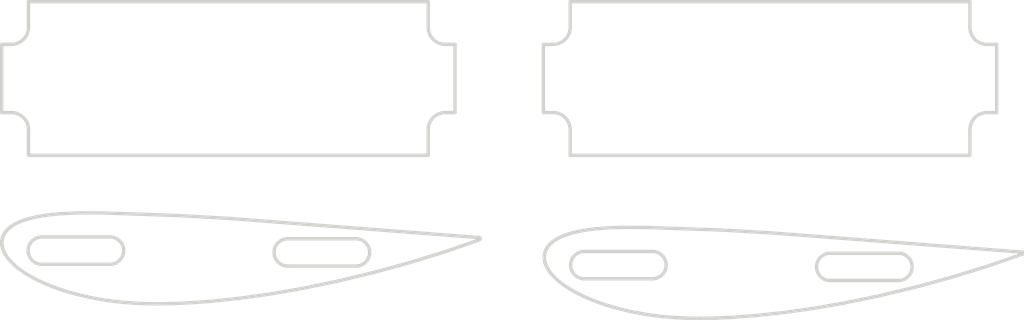
<source format=kicad_pcb>
(kicad_pcb (version 20171130) (host pcbnew "(5.1.2)-1")

  (general
    (thickness 1.6)
    (drawings 328)
    (tracks 0)
    (zones 0)
    (modules 0)
    (nets 1)
  )

  (page A4)
  (layers
    (0 F.Cu signal)
    (31 B.Cu signal)
    (32 B.Adhes user)
    (33 F.Adhes user)
    (34 B.Paste user)
    (35 F.Paste user)
    (36 B.SilkS user)
    (37 F.SilkS user)
    (38 B.Mask user)
    (39 F.Mask user)
    (40 Dwgs.User user)
    (41 Cmts.User user)
    (42 Eco1.User user)
    (43 Eco2.User user)
    (44 Edge.Cuts user)
    (45 Margin user)
    (46 B.CrtYd user)
    (47 F.CrtYd user)
    (48 B.Fab user)
    (49 F.Fab user)
  )

  (setup
    (last_trace_width 0.25)
    (trace_clearance 0.2)
    (zone_clearance 0.508)
    (zone_45_only no)
    (trace_min 0.2)
    (via_size 0.8)
    (via_drill 0.4)
    (via_min_size 0.4)
    (via_min_drill 0.3)
    (uvia_size 0.3)
    (uvia_drill 0.1)
    (uvias_allowed no)
    (uvia_min_size 0.2)
    (uvia_min_drill 0.1)
    (edge_width 0.05)
    (segment_width 0.2)
    (pcb_text_width 0.3)
    (pcb_text_size 1.5 1.5)
    (mod_edge_width 0.12)
    (mod_text_size 1 1)
    (mod_text_width 0.15)
    (pad_size 1.524 1.524)
    (pad_drill 0.762)
    (pad_to_mask_clearance 0.051)
    (solder_mask_min_width 0.25)
    (aux_axis_origin 34.29 210.82)
    (visible_elements 7FFFFFFF)
    (pcbplotparams
      (layerselection 0x01000_7ffffffe)
      (usegerberextensions false)
      (usegerberattributes false)
      (usegerberadvancedattributes false)
      (creategerberjobfile false)
      (excludeedgelayer true)
      (linewidth 0.100000)
      (plotframeref false)
      (viasonmask false)
      (mode 1)
      (useauxorigin false)
      (hpglpennumber 1)
      (hpglpenspeed 20)
      (hpglpendiameter 15.000000)
      (psnegative false)
      (psa4output false)
      (plotreference true)
      (plotvalue true)
      (plotinvisibletext false)
      (padsonsilk false)
      (subtractmaskfromsilk false)
      (outputformat 1)
      (mirror false)
      (drillshape 0)
      (scaleselection 1)
      (outputdirectory "plots-try02/"))
  )

  (net 0 "")

  (net_class Default "This is the default net class."
    (clearance 0.2)
    (trace_width 0.25)
    (via_dia 0.8)
    (via_drill 0.4)
    (uvia_dia 0.3)
    (uvia_drill 0.1)
  )

  (gr_line (start 53.64 185.38) (end 77.070001 185.38) (layer Edge.Cuts) (width 0.2))
  (gr_line (start 53.64 183.88) (end 53.64 185.38) (layer Edge.Cuts) (width 0.2))
  (gr_arc (start 78.070001 183.879999) (end 78.070001 182.879999) (angle -90) (layer Edge.Cuts) (width 0.2))
  (gr_line (start 52.07 178.880001) (end 52.07 182.88) (layer Edge.Cuts) (width 0.2))
  (gr_line (start 77.070001 176.38) (end 77.070001 177.88) (layer Edge.Cuts) (width 0.2))
  (gr_line (start 52.07 178.880001) (end 52.64 178.880001) (layer Edge.Cuts) (width 0.2))
  (gr_arc (start 52.64 177.880001) (end 52.64 178.880001) (angle -90) (layer Edge.Cuts) (width 0.2))
  (gr_line (start 53.64 177.880001) (end 53.64 176.38) (layer Edge.Cuts) (width 0.2))
  (gr_line (start 53.64 176.38) (end 77.070001 176.38) (layer Edge.Cuts) (width 0.2))
  (gr_arc (start 78.070001 177.88) (end 77.070001 177.88) (angle -90) (layer Edge.Cuts) (width 0.2))
  (gr_line (start 78.070001 178.88) (end 78.64 178.88) (layer Edge.Cuts) (width 0.2))
  (gr_line (start 78.070001 182.879999) (end 78.64 182.879999) (layer Edge.Cuts) (width 0.2))
  (gr_line (start 78.64 182.879999) (end 78.64 178.88) (layer Edge.Cuts) (width 0.2))
  (gr_line (start 77.070001 185.38) (end 77.070001 183.879999) (layer Edge.Cuts) (width 0.2))
  (gr_arc (start 52.64 183.88) (end 53.64 183.88) (angle -90) (layer Edge.Cuts) (width 0.2))
  (gr_line (start 52.07 182.88) (end 52.64 182.88) (layer Edge.Cuts) (width 0.2))
  (gr_line (start 20.32 178.880001) (end 20.89 178.880001) (layer Edge.Cuts) (width 0.2))
  (gr_line (start 46.320001 178.88) (end 46.89 178.88) (layer Edge.Cuts) (width 0.2))
  (gr_line (start 21.89 176.38) (end 45.320001 176.38) (layer Edge.Cuts) (width 0.2))
  (gr_arc (start 46.320001 177.88) (end 45.320001 177.88) (angle -90) (layer Edge.Cuts) (width 0.2))
  (gr_arc (start 46.320001 183.879999) (end 46.320001 182.879999) (angle -90) (layer Edge.Cuts) (width 0.2))
  (gr_line (start 21.89 177.880001) (end 21.89 176.38) (layer Edge.Cuts) (width 0.2))
  (gr_line (start 46.89 182.879999) (end 46.89 178.88) (layer Edge.Cuts) (width 0.2))
  (gr_arc (start 20.89 177.880001) (end 20.89 178.880001) (angle -90) (layer Edge.Cuts) (width 0.2))
  (gr_line (start 45.320001 185.38) (end 45.320001 183.879999) (layer Edge.Cuts) (width 0.2))
  (gr_line (start 46.320001 182.879999) (end 46.89 182.879999) (layer Edge.Cuts) (width 0.2))
  (gr_line (start 20.32 178.880001) (end 20.32 182.88) (layer Edge.Cuts) (width 0.2))
  (gr_line (start 45.320001 176.38) (end 45.320001 177.88) (layer Edge.Cuts) (width 0.2))
  (gr_line (start 21.89 185.38) (end 45.320001 185.38) (layer Edge.Cuts) (width 0.2))
  (gr_line (start 21.89 183.88) (end 21.89 185.38) (layer Edge.Cuts) (width 0.2))
  (gr_arc (start 20.89 183.88) (end 21.89 183.88) (angle -90) (layer Edge.Cuts) (width 0.2))
  (gr_line (start 20.32 182.88) (end 20.89 182.88) (layer Edge.Cuts) (width 0.2))
  (gr_line (start 26.29385 188.76318) (end 30.672188 188.913327) (layer Edge.Cuts) (width 0.2))
  (gr_line (start 21.823965 189.124486) (end 22.006776 189.073634) (layer Edge.Cuts) (width 0.2))
  (gr_line (start 22.952332 188.891202) (end 23.313155 188.847158) (layer Edge.Cuts) (width 0.2))
  (gr_line (start 22.199468 189.026568) (end 22.402058 188.983247) (layer Edge.Cuts) (width 0.2))
  (gr_line (start 22.402058 188.983247) (end 22.614607 188.943646) (layer Edge.Cuts) (width 0.2))
  (gr_line (start 23.313155 188.847158) (end 23.697547 188.811625) (layer Edge.Cuts) (width 0.2))
  (gr_line (start 33.679131 189.084857) (end 48.352127 190.209837) (layer Edge.Cuts) (width 0.2))
  (gr_line (start 22.614607 188.943646) (end 22.952332 188.891202) (layer Edge.Cuts) (width 0.2))
  (gr_line (start 30.672188 188.913327) (end 33.679131 189.084857) (layer Edge.Cuts) (width 0.2))
  (gr_line (start 24.246782 188.777615) (end 24.989523 188.756054) (layer Edge.Cuts) (width 0.2))
  (gr_line (start 22.006776 189.073634) (end 22.199468 189.026568) (layer Edge.Cuts) (width 0.2))
  (gr_line (start 24.989523 188.756054) (end 26.29385 188.76318) (layer Edge.Cuts) (width 0.2))
  (gr_line (start 23.697547 188.811625) (end 24.246782 188.777615) (layer Edge.Cuts) (width 0.2))
  (gr_line (start 37.842314 193.205469) (end 36.054507 193.513125) (layer Edge.Cuts) (width 0.2))
  (gr_line (start 48.367111 190.318767) (end 46.292071 191.037122) (layer Edge.Cuts) (width 0.2))
  (gr_line (start 44.253956 191.666131) (end 42.263748 192.213298) (layer Edge.Cuts) (width 0.2))
  (gr_line (start 42.263748 192.213298) (end 40.011992 192.757691) (layer Edge.Cuts) (width 0.2))
  (gr_line (start 40.011992 192.757691) (end 37.842314 193.205469) (layer Edge.Cuts) (width 0.2))
  (gr_line (start 46.292071 191.037122) (end 44.253956 191.666131) (layer Edge.Cuts) (width 0.2))
  (gr_line (start 36.054507 193.513125) (end 34.341709 193.752068) (layer Edge.Cuts) (width 0.2))
  (gr_line (start 22.612637 192.789323) (end 22.372411 192.673574) (layer Edge.Cuts) (width 0.2))
  (gr_line (start 28.742849 194.078262) (end 28.052513 194.046986) (layer Edge.Cuts) (width 0.2))
  (gr_line (start 27.384086 193.994504) (end 26.952802 193.948077) (layer Edge.Cuts) (width 0.2))
  (gr_line (start 26.952802 193.948077) (end 26.534445 193.89306) (layer Edge.Cuts) (width 0.2))
  (gr_line (start 25.364622 193.683367) (end 24.828887 193.557749) (layer Edge.Cuts) (width 0.2))
  (gr_line (start 26.130055 193.830126) (end 25.740032 193.759987) (layer Edge.Cuts) (width 0.2))
  (gr_line (start 21.931443 192.435586) (end 21.829544 192.37497) (layer Edge.Cuts) (width 0.2))
  (gr_line (start 21.731019 192.313992) (end 21.635881 192.252692) (layer Edge.Cuts) (width 0.2))
  (gr_line (start 21.544143 192.191115) (end 21.455813 192.129302) (layer Edge.Cuts) (width 0.2))
  (gr_line (start 23.131844 193.012878) (end 22.865831 192.902516) (layer Edge.Cuts) (width 0.2))
  (gr_line (start 22.145293 192.555557) (end 21.931443 192.435586) (layer Edge.Cuts) (width 0.2))
  (gr_line (start 21.829544 192.37497) (end 21.731019 192.313992) (layer Edge.Cuts) (width 0.2))
  (gr_line (start 34.341709 193.752068) (end 32.712865 193.926298) (layer Edge.Cuts) (width 0.2))
  (gr_line (start 26.534445 193.89306) (end 26.130055 193.830126) (layer Edge.Cuts) (width 0.2))
  (gr_line (start 25.740032 193.759987) (end 25.364622 193.683367) (layer Edge.Cuts) (width 0.2))
  (gr_line (start 32.712865 193.926298) (end 31.419328 194.024805) (layer Edge.Cuts) (width 0.2))
  (gr_line (start 22.372411 192.673574) (end 22.145293 192.555557) (layer Edge.Cuts) (width 0.2))
  (gr_line (start 31.419328 194.024805) (end 30.421462 194.072236) (layer Edge.Cuts) (width 0.2))
  (gr_line (start 24.007083 193.32451) (end 23.70232 193.224125) (layer Edge.Cuts) (width 0.2))
  (gr_line (start 30.421462 194.072236) (end 29.451599 194.088663) (layer Edge.Cuts) (width 0.2))
  (gr_line (start 29.451599 194.088663) (end 28.742849 194.078262) (layer Edge.Cuts) (width 0.2))
  (gr_line (start 28.052513 194.046986) (end 27.384086 193.994504) (layer Edge.Cuts) (width 0.2))
  (gr_line (start 24.828887 193.557749) (end 24.325374 193.421032) (layer Edge.Cuts) (width 0.2))
  (gr_line (start 24.325374 193.421032) (end 24.007083 193.32451) (layer Edge.Cuts) (width 0.2))
  (gr_line (start 23.70232 193.224125) (end 23.410658 193.120164) (layer Edge.Cuts) (width 0.2))
  (gr_line (start 23.410658 193.120164) (end 23.131844 193.012878) (layer Edge.Cuts) (width 0.2))
  (gr_line (start 22.865831 192.902516) (end 22.612637 192.789323) (layer Edge.Cuts) (width 0.2))
  (gr_line (start 21.635881 192.252692) (end 21.544143 192.191115) (layer Edge.Cuts) (width 0.2))
  (gr_line (start 20.402565 190.128982) (end 20.413319 190.10266) (layer Edge.Cuts) (width 0.2))
  (gr_line (start 21.455813 192.129302) (end 21.370895 192.067295) (layer Edge.Cuts) (width 0.2))
  (gr_line (start 21.370895 192.067295) (end 21.289393 192.005135) (layer Edge.Cuts) (width 0.2))
  (gr_line (start 20.386092 190.868283) (end 20.377023 190.838493) (layer Edge.Cuts) (width 0.2))
  (gr_line (start 21.065402 191.818138) (end 20.997582 191.755765) (layer Edge.Cuts) (width 0.2))
  (gr_line (start 20.933143 191.693423) (end 20.872073 191.631143) (layer Edge.Cuts) (width 0.2))
  (gr_line (start 20.4248 190.076578) (end 20.436973 190.050812) (layer Edge.Cuts) (width 0.2))
  (gr_line (start 20.537537 191.199269) (end 20.519878 191.169002) (layer Edge.Cuts) (width 0.2))
  (gr_line (start 20.368819 190.809056) (end 20.361329 190.779443) (layer Edge.Cuts) (width 0.2))
  (gr_line (start 20.343665 190.691601) (end 20.339313 190.66236) (layer Edge.Cuts) (width 0.2))
  (gr_line (start 20.36675 190.236807) (end 20.374612 190.209511) (layer Edge.Cuts) (width 0.2))
  (gr_line (start 20.661167 191.38324) (end 20.616697 191.321695) (layer Edge.Cuts) (width 0.2))
  (gr_line (start 20.45682 191.047843) (end 20.442978 191.01756) (layer Edge.Cuts) (width 0.2))
  (gr_line (start 20.329728 190.546681) (end 20.329266 190.518033) (layer Edge.Cuts) (width 0.2))
  (gr_line (start 20.359619 190.264302) (end 20.36675 190.236807) (layer Edge.Cuts) (width 0.2))
  (gr_line (start 20.463474 190.000041) (end 20.477821 189.975004) (layer Edge.Cuts) (width 0.2))
  (gr_line (start 21.289393 192.005135) (end 21.211304 191.942862) (layer Edge.Cuts) (width 0.2))
  (gr_line (start 20.708921 191.444982) (end 20.661167 191.38324) (layer Edge.Cuts) (width 0.2))
  (gr_line (start 20.35322 190.291977) (end 20.359619 190.264302) (layer Edge.Cuts) (width 0.2))
  (gr_line (start 20.616697 191.321695) (end 20.575493 191.260364) (layer Edge.Cuts) (width 0.2))
  (gr_line (start 20.471297 191.077852) (end 20.45682 191.047843) (layer Edge.Cuts) (width 0.2))
  (gr_line (start 20.442978 191.01756) (end 20.43008 190.987687) (layer Edge.Cuts) (width 0.2))
  (gr_line (start 21.211304 191.942862) (end 21.136627 191.880514) (layer Edge.Cuts) (width 0.2))
  (gr_line (start 20.524972 189.901734) (end 20.542167 189.87775) (layer Edge.Cuts) (width 0.2))
  (gr_line (start 20.342655 190.347801) (end 20.347563 190.319813) (layer Edge.Cuts) (width 0.2))
  (gr_line (start 20.872073 191.631143) (end 20.814357 191.568959) (layer Edge.Cuts) (width 0.2))
  (gr_line (start 20.374612 190.209511) (end 20.383204 190.182427) (layer Edge.Cuts) (width 0.2))
  (gr_line (start 20.508585 189.925837) (end 20.524972 189.901734) (layer Edge.Cuts) (width 0.2))
  (gr_line (start 20.348763 190.720731) (end 20.343665 190.691601) (layer Edge.Cuts) (width 0.2))
  (gr_line (start 20.330653 190.460903) (end 20.332504 190.432462) (layer Edge.Cuts) (width 0.2))
  (gr_line (start 20.335121 190.404145) (end 20.338507 190.375912) (layer Edge.Cuts) (width 0.2))
  (gr_line (start 20.814357 191.568959) (end 20.759978 191.506896) (layer Edge.Cuts) (width 0.2))
  (gr_line (start 20.519878 191.169002) (end 20.502811 191.138427) (layer Edge.Cuts) (width 0.2))
  (gr_line (start 20.339313 190.66236) (end 20.335763 190.633389) (layer Edge.Cuts) (width 0.2))
  (gr_line (start 20.383204 190.182427) (end 20.392522 190.155583) (layer Edge.Cuts) (width 0.2))
  (gr_line (start 21.136627 191.880514) (end 21.065402 191.818138) (layer Edge.Cuts) (width 0.2))
  (gr_line (start 20.575493 191.260364) (end 20.556229 191.229977) (layer Edge.Cuts) (width 0.2))
  (gr_line (start 20.556229 191.229977) (end 20.537537 191.199269) (layer Edge.Cuts) (width 0.2))
  (gr_line (start 20.335763 190.633389) (end 20.332971 190.604341) (layer Edge.Cuts) (width 0.2))
  (gr_line (start 20.413319 190.10266) (end 20.4248 190.076578) (layer Edge.Cuts) (width 0.2))
  (gr_line (start 20.361329 190.779443) (end 20.35468 190.750159) (layer Edge.Cuts) (width 0.2))
  (gr_line (start 20.449889 190.025252) (end 20.463474 190.000041) (layer Edge.Cuts) (width 0.2))
  (gr_line (start 20.542167 189.87775) (end 20.559944 189.854198) (layer Edge.Cuts) (width 0.2))
  (gr_line (start 20.338507 190.375912) (end 20.342655 190.347801) (layer Edge.Cuts) (width 0.2))
  (gr_line (start 20.486747 191.108286) (end 20.471297 191.077852) (layer Edge.Cuts) (width 0.2))
  (gr_line (start 20.43008 190.987687) (end 20.417837 190.957562) (layer Edge.Cuts) (width 0.2))
  (gr_line (start 20.406509 190.927832) (end 20.395856 190.897869) (layer Edge.Cuts) (width 0.2))
  (gr_line (start 20.436973 190.050812) (end 20.449889 190.025252) (layer Edge.Cuts) (width 0.2))
  (gr_line (start 20.417837 190.957562) (end 20.406509 190.927832) (layer Edge.Cuts) (width 0.2))
  (gr_line (start 20.377023 190.838493) (end 20.368819 190.809056) (layer Edge.Cuts) (width 0.2))
  (gr_line (start 20.332971 190.604341) (end 20.330966 190.575531) (layer Edge.Cuts) (width 0.2))
  (gr_line (start 20.330966 190.575531) (end 20.329728 190.546681) (layer Edge.Cuts) (width 0.2))
  (gr_line (start 20.35468 190.750159) (end 20.348763 190.720731) (layer Edge.Cuts) (width 0.2))
  (gr_line (start 20.332504 190.432462) (end 20.335121 190.404145) (layer Edge.Cuts) (width 0.2))
  (gr_line (start 20.492811 189.950348) (end 20.508585 189.925837) (layer Edge.Cuts) (width 0.2))
  (gr_line (start 20.392522 190.155583) (end 20.402565 190.128982) (layer Edge.Cuts) (width 0.2))
  (gr_line (start 20.477821 189.975004) (end 20.492811 189.950348) (layer Edge.Cuts) (width 0.2))
  (gr_line (start 20.997582 191.755765) (end 20.933143 191.693423) (layer Edge.Cuts) (width 0.2))
  (gr_line (start 20.329575 190.489387) (end 20.330653 190.460903) (layer Edge.Cuts) (width 0.2))
  (gr_line (start 20.759978 191.506896) (end 20.708921 191.444982) (layer Edge.Cuts) (width 0.2))
  (gr_line (start 20.329266 190.518033) (end 20.329575 190.489387) (layer Edge.Cuts) (width 0.2))
  (gr_line (start 20.347563 190.319813) (end 20.35322 190.291977) (layer Edge.Cuts) (width 0.2))
  (gr_line (start 20.502811 191.138427) (end 20.486747 191.108286) (layer Edge.Cuts) (width 0.2))
  (gr_line (start 20.395856 190.897869) (end 20.386092 190.868283) (layer Edge.Cuts) (width 0.2))
  (gr_line (start 48.352127 190.209837) (end 48.367111 190.318767) (layer Edge.Cuts) (width 0.2))
  (gr_line (start 20.597712 189.80774) (end 20.61773 189.784816) (layer Edge.Cuts) (width 0.2))
  (gr_line (start 20.704391 189.69619) (end 20.727646 189.674817) (layer Edge.Cuts) (width 0.2))
  (gr_line (start 20.77644 189.632649) (end 20.802003 189.611846) (layer Edge.Cuts) (width 0.2))
  (gr_line (start 21.410649 189.268589) (end 21.48829 189.2378) (layer Edge.Cuts) (width 0.2))
  (gr_line (start 21.48829 189.2378) (end 21.568448 189.208002) (layer Edge.Cuts) (width 0.2))
  (gr_line (start 20.939037 189.51251) (end 20.998581 189.474569) (layer Edge.Cuts) (width 0.2))
  (gr_line (start 21.568448 189.208002) (end 21.651109 189.179187) (layer Edge.Cuts) (width 0.2))
  (gr_line (start 41.085124 191.874735) (end 37.085124 191.874735) (layer Edge.Cuts) (width 0.2))
  (gr_line (start 21.192985 189.36698) (end 21.262979 189.33317) (layer Edge.Cuts) (width 0.2))
  (gr_line (start 20.727646 189.674817) (end 20.751837 189.653484) (layer Edge.Cuts) (width 0.2))
  (gr_line (start 21.33554 189.300376) (end 21.410649 189.268589) (layer Edge.Cuts) (width 0.2))
  (gr_arc (start 37.085124 191.074736) (end 37.085124 190.274736) (angle -180) (layer Edge.Cuts) (width 0.2))
  (gr_line (start 20.854875 189.571271) (end 20.882153 189.5515) (layer Edge.Cuts) (width 0.2))
  (gr_line (start 21.060767 189.437671) (end 21.125574 189.401811) (layer Edge.Cuts) (width 0.2))
  (gr_arc (start 41.085124 191.074736) (end 41.085124 191.874735) (angle -180) (layer Edge.Cuts) (width 0.2))
  (gr_line (start 41.085124 190.274736) (end 37.085124 190.274736) (layer Edge.Cuts) (width 0.2))
  (gr_line (start 20.559944 189.854198) (end 20.578553 189.830743) (layer Edge.Cuts) (width 0.2))
  (gr_line (start 20.578553 189.830743) (end 20.597712 189.80774) (layer Edge.Cuts) (width 0.2))
  (gr_line (start 21.651109 189.179187) (end 21.736272 189.151348) (layer Edge.Cuts) (width 0.2))
  (gr_line (start 20.61773 189.784816) (end 20.638263 189.762359) (layer Edge.Cuts) (width 0.2))
  (gr_line (start 21.125574 189.401811) (end 21.192985 189.36698) (layer Edge.Cuts) (width 0.2))
  (gr_arc (start 26.67 190.970001) (end 26.67 191.77) (angle -180) (layer Edge.Cuts) (width 0.2))
  (gr_line (start 20.882153 189.5515) (end 20.939037 189.51251) (layer Edge.Cuts) (width 0.2))
  (gr_line (start 20.659682 189.739965) (end 20.681581 189.718053) (layer Edge.Cuts) (width 0.2))
  (gr_line (start 20.751837 189.653484) (end 20.77644 189.632649) (layer Edge.Cuts) (width 0.2))
  (gr_line (start 20.638263 189.762359) (end 20.659682 189.739965) (layer Edge.Cuts) (width 0.2))
  (gr_line (start 21.262979 189.33317) (end 21.33554 189.300376) (layer Edge.Cuts) (width 0.2))
  (gr_line (start 20.681581 189.718053) (end 20.704391 189.69619) (layer Edge.Cuts) (width 0.2))
  (gr_line (start 20.802003 189.611846) (end 20.827947 189.591544) (layer Edge.Cuts) (width 0.2))
  (gr_line (start 20.827947 189.591544) (end 20.854875 189.571271) (layer Edge.Cuts) (width 0.2))
  (gr_line (start 20.998581 189.474569) (end 21.060767 189.437671) (layer Edge.Cuts) (width 0.2))
  (gr_line (start 21.736272 189.151348) (end 21.823965 189.124486) (layer Edge.Cuts) (width 0.2))
  (gr_line (start 26.67 190.170001) (end 22.67 190.170001) (layer Edge.Cuts) (width 0.2))
  (gr_arc (start 22.67 190.970001) (end 22.67 190.170001) (angle -180) (layer Edge.Cuts) (width 0.2))
  (gr_line (start 26.67 191.77) (end 22.67 191.77) (layer Edge.Cuts) (width 0.2))
  (gr_line (start 72.880981 191.123621) (end 68.880981 191.123621) (layer Edge.Cuts) (width 0.2))
  (gr_arc (start 58.465857 191.818886) (end 58.465857 192.618885) (angle -180) (layer Edge.Cuts) (width 0.2))
  (gr_line (start 58.465857 192.618885) (end 54.465857 192.618885) (layer Edge.Cuts) (width 0.2))
  (gr_arc (start 68.880981 191.923621) (end 68.880981 191.123621) (angle -180) (layer Edge.Cuts) (width 0.2))
  (gr_line (start 58.465857 191.018886) (end 54.465857 191.018886) (layer Edge.Cuts) (width 0.2))
  (gr_line (start 62.468045 189.762212) (end 65.474988 189.933742) (layer Edge.Cuts) (width 0.2))
  (gr_arc (start 54.465857 191.818886) (end 54.465857 191.018886) (angle -180) (layer Edge.Cuts) (width 0.2))
  (gr_line (start 65.474988 189.933742) (end 80.147984 191.058722) (layer Edge.Cuts) (width 0.2))
  (gr_line (start 80.147984 191.058722) (end 80.162968 191.167652) (layer Edge.Cuts) (width 0.2))
  (gr_arc (start 72.880981 191.923621) (end 72.880981 192.72362) (angle -180) (layer Edge.Cuts) (width 0.2))
  (gr_line (start 72.880981 192.72362) (end 68.880981 192.72362) (layer Edge.Cuts) (width 0.2))
  (gr_line (start 56.78538 189.604939) (end 58.089707 189.612065) (layer Edge.Cuts) (width 0.2))
  (gr_line (start 58.089707 189.612065) (end 62.468045 189.762212) (layer Edge.Cuts) (width 0.2))
  (gr_line (start 52.555835 192.355781) (end 52.504778 192.293867) (layer Edge.Cuts) (width 0.2))
  (gr_line (start 52.457024 192.232125) (end 52.412554 192.17058) (layer Edge.Cuts) (width 0.2))
  (gr_line (start 52.315735 192.017887) (end 52.298668 191.987312) (layer Edge.Cuts) (width 0.2))
  (gr_line (start 52.14462 191.569616) (end 52.139522 191.540486) (layer Edge.Cuts) (width 0.2))
  (gr_line (start 52.125585 191.395566) (end 52.125123 191.366918) (layer Edge.Cuts) (width 0.2))
  (gr_line (start 52.130978 191.25303) (end 52.134364 191.224797) (layer Edge.Cuts) (width 0.2))
  (gr_line (start 52.412554 192.17058) (end 52.37135 192.109249) (layer Edge.Cuts) (width 0.2))
  (gr_line (start 52.37135 192.109249) (end 52.352086 192.078862) (layer Edge.Cuts) (width 0.2))
  (gr_line (start 52.164676 191.657941) (end 52.157186 191.628328) (layer Edge.Cuts) (width 0.2))
  (gr_line (start 52.12651 191.309788) (end 52.128361 191.281347) (layer Edge.Cuts) (width 0.2))
  (gr_line (start 52.333394 192.048154) (end 52.315735 192.017887) (layer Edge.Cuts) (width 0.2))
  (gr_line (start 52.298668 191.987312) (end 52.282604 191.957171) (layer Edge.Cuts) (width 0.2))
  (gr_line (start 52.213694 191.806447) (end 52.202366 191.776717) (layer Edge.Cuts) (width 0.2))
  (gr_line (start 52.139522 191.540486) (end 52.13517 191.511245) (layer Edge.Cuts) (width 0.2))
  (gr_line (start 52.13517 191.511245) (end 52.13162 191.482274) (layer Edge.Cuts) (width 0.2))
  (gr_line (start 52.17288 191.687378) (end 52.164676 191.657941) (layer Edge.Cuts) (width 0.2))
  (gr_line (start 52.134364 191.224797) (end 52.138512 191.196686) (layer Edge.Cuts) (width 0.2))
  (gr_line (start 52.138512 191.196686) (end 52.14342 191.168698) (layer Edge.Cuts) (width 0.2))
  (gr_line (start 52.14342 191.168698) (end 52.149077 191.140862) (layer Edge.Cuts) (width 0.2))
  (gr_line (start 52.149077 191.140862) (end 52.155476 191.113187) (layer Edge.Cuts) (width 0.2))
  (gr_line (start 52.188379 191.004468) (end 52.198422 190.977867) (layer Edge.Cuts) (width 0.2))
  (gr_line (start 52.150537 191.599044) (end 52.14462 191.569616) (layer Edge.Cuts) (width 0.2))
  (gr_line (start 52.13162 191.482274) (end 52.128828 191.453226) (layer Edge.Cuts) (width 0.2))
  (gr_line (start 52.504778 192.293867) (end 52.457024 192.232125) (layer Edge.Cuts) (width 0.2))
  (gr_line (start 52.352086 192.078862) (end 52.333394 192.048154) (layer Edge.Cuts) (width 0.2))
  (gr_line (start 52.198422 190.977867) (end 52.209176 190.951545) (layer Edge.Cuts) (width 0.2))
  (gr_line (start 52.238835 191.866445) (end 52.225937 191.836572) (layer Edge.Cuts) (width 0.2))
  (gr_line (start 52.181949 191.717168) (end 52.17288 191.687378) (layer Edge.Cuts) (width 0.2))
  (gr_line (start 52.170469 191.058396) (end 52.179061 191.031312) (layer Edge.Cuts) (width 0.2))
  (gr_line (start 52.128828 191.453226) (end 52.126823 191.424416) (layer Edge.Cuts) (width 0.2))
  (gr_line (start 52.125432 191.338272) (end 52.12651 191.309788) (layer Edge.Cuts) (width 0.2))
  (gr_line (start 52.126823 191.424416) (end 52.125585 191.395566) (layer Edge.Cuts) (width 0.2))
  (gr_line (start 52.225937 191.836572) (end 52.213694 191.806447) (layer Edge.Cuts) (width 0.2))
  (gr_line (start 52.202366 191.776717) (end 52.191713 191.746754) (layer Edge.Cuts) (width 0.2))
  (gr_line (start 52.282604 191.957171) (end 52.267154 191.926737) (layer Edge.Cuts) (width 0.2))
  (gr_line (start 52.267154 191.926737) (end 52.252677 191.896728) (layer Edge.Cuts) (width 0.2))
  (gr_line (start 52.252677 191.896728) (end 52.238835 191.866445) (layer Edge.Cuts) (width 0.2))
  (gr_line (start 52.162607 191.085692) (end 52.170469 191.058396) (layer Edge.Cuts) (width 0.2))
  (gr_line (start 52.125123 191.366918) (end 52.125432 191.338272) (layer Edge.Cuts) (width 0.2))
  (gr_line (start 52.128361 191.281347) (end 52.130978 191.25303) (layer Edge.Cuts) (width 0.2))
  (gr_line (start 52.157186 191.628328) (end 52.150537 191.599044) (layer Edge.Cuts) (width 0.2))
  (gr_line (start 52.191713 191.746754) (end 52.181949 191.717168) (layer Edge.Cuts) (width 0.2))
  (gr_line (start 52.155476 191.113187) (end 52.162607 191.085692) (layer Edge.Cuts) (width 0.2))
  (gr_line (start 52.179061 191.031312) (end 52.188379 191.004468) (layer Edge.Cuts) (width 0.2))
  (gr_line (start 52.66793 192.480028) (end 52.610214 192.417844) (layer Edge.Cuts) (width 0.2))
  (gr_line (start 52.610214 192.417844) (end 52.555835 192.355781) (layer Edge.Cuts) (width 0.2))
  (gr_line (start 52.413587 190.633701) (end 52.43412 190.611244) (layer Edge.Cuts) (width 0.2))
  (gr_line (start 52.477438 190.566938) (end 52.500248 190.545075) (layer Edge.Cuts) (width 0.2))
  (gr_line (start 54.410464 189.792531) (end 54.748189 189.740087) (layer Edge.Cuts) (width 0.2))
  (gr_line (start 53.532129 190.000233) (end 53.619822 189.973371) (layer Edge.Cuts) (width 0.2))
  (gr_line (start 52.355801 190.703083) (end 52.37441 190.679628) (layer Edge.Cuts) (width 0.2))
  (gr_line (start 52.67801 190.400385) (end 52.734894 190.361395) (layer Edge.Cuts) (width 0.2))
  (gr_line (start 52.43412 190.611244) (end 52.455539 190.58885) (layer Edge.Cuts) (width 0.2))
  (gr_line (start 52.794438 190.323454) (end 52.856624 190.286556) (layer Edge.Cuts) (width 0.2))
  (gr_line (start 52.650732 190.420156) (end 52.67801 190.400385) (layer Edge.Cuts) (width 0.2))
  (gr_line (start 52.288668 190.799233) (end 52.304442 190.774722) (layer Edge.Cuts) (width 0.2))
  (gr_line (start 52.523503 190.523702) (end 52.547694 190.502369) (layer Edge.Cuts) (width 0.2))
  (gr_line (start 54.197915 189.832132) (end 54.410464 189.792531) (layer Edge.Cuts) (width 0.2))
  (gr_line (start 52.304442 190.774722) (end 52.320829 190.750619) (layer Edge.Cuts) (width 0.2))
  (gr_line (start 52.320829 190.750619) (end 52.338024 190.726635) (layer Edge.Cuts) (width 0.2))
  (gr_line (start 52.856624 190.286556) (end 52.921431 190.250696) (layer Edge.Cuts) (width 0.2))
  (gr_line (start 52.338024 190.726635) (end 52.355801 190.703083) (layer Edge.Cuts) (width 0.2))
  (gr_line (start 53.058836 190.182055) (end 53.131397 190.149261) (layer Edge.Cuts) (width 0.2))
  (gr_line (start 54.748189 189.740087) (end 55.109012 189.696043) (layer Edge.Cuts) (width 0.2))
  (gr_line (start 52.393569 190.656625) (end 52.413587 190.633701) (layer Edge.Cuts) (width 0.2))
  (gr_line (start 52.921431 190.250696) (end 52.988842 190.215865) (layer Edge.Cuts) (width 0.2))
  (gr_line (start 52.37441 190.679628) (end 52.393569 190.656625) (layer Edge.Cuts) (width 0.2))
  (gr_line (start 53.995325 189.875453) (end 54.197915 189.832132) (layer Edge.Cuts) (width 0.2))
  (gr_line (start 55.109012 189.696043) (end 55.493404 189.66051) (layer Edge.Cuts) (width 0.2))
  (gr_line (start 52.547694 190.502369) (end 52.572297 190.481534) (layer Edge.Cuts) (width 0.2))
  (gr_line (start 53.284147 190.086685) (end 53.364305 190.056887) (layer Edge.Cuts) (width 0.2))
  (gr_line (start 53.446966 190.028072) (end 53.532129 190.000233) (layer Edge.Cuts) (width 0.2))
  (gr_line (start 53.802633 189.922519) (end 53.995325 189.875453) (layer Edge.Cuts) (width 0.2))
  (gr_line (start 52.572297 190.481534) (end 52.59786 190.460731) (layer Edge.Cuts) (width 0.2))
  (gr_line (start 56.042639 189.6265) (end 56.78538 189.604939) (layer Edge.Cuts) (width 0.2))
  (gr_line (start 52.59786 190.460731) (end 52.623804 190.440429) (layer Edge.Cuts) (width 0.2))
  (gr_line (start 53.364305 190.056887) (end 53.446966 190.028072) (layer Edge.Cuts) (width 0.2))
  (gr_line (start 52.500248 190.545075) (end 52.523503 190.523702) (layer Edge.Cuts) (width 0.2))
  (gr_line (start 53.131397 190.149261) (end 53.206506 190.117474) (layer Edge.Cuts) (width 0.2))
  (gr_line (start 53.619822 189.973371) (end 53.802633 189.922519) (layer Edge.Cuts) (width 0.2))
  (gr_line (start 52.209176 190.951545) (end 52.220657 190.925463) (layer Edge.Cuts) (width 0.2))
  (gr_line (start 52.623804 190.440429) (end 52.650732 190.420156) (layer Edge.Cuts) (width 0.2))
  (gr_line (start 53.206506 190.117474) (end 53.284147 190.086685) (layer Edge.Cuts) (width 0.2))
  (gr_line (start 52.988842 190.215865) (end 53.058836 190.182055) (layer Edge.Cuts) (width 0.2))
  (gr_line (start 55.493404 189.66051) (end 56.042639 189.6265) (layer Edge.Cuts) (width 0.2))
  (gr_line (start 52.220657 190.925463) (end 52.23283 190.899697) (layer Edge.Cuts) (width 0.2))
  (gr_line (start 52.23283 190.899697) (end 52.245746 190.874137) (layer Edge.Cuts) (width 0.2))
  (gr_line (start 52.259331 190.848926) (end 52.273678 190.823889) (layer Edge.Cuts) (width 0.2))
  (gr_line (start 52.455539 190.58885) (end 52.477438 190.566938) (layer Edge.Cuts) (width 0.2))
  (gr_line (start 52.734894 190.361395) (end 52.794438 190.323454) (layer Edge.Cuts) (width 0.2))
  (gr_line (start 52.245746 190.874137) (end 52.259331 190.848926) (layer Edge.Cuts) (width 0.2))
  (gr_line (start 52.273678 190.823889) (end 52.288668 190.799233) (layer Edge.Cuts) (width 0.2))
  (gr_line (start 53.166752 192.91618) (end 53.08525 192.85402) (layer Edge.Cuts) (width 0.2))
  (gr_line (start 52.932484 192.729399) (end 52.861259 192.667023) (layer Edge.Cuts) (width 0.2))
  (gr_line (start 52.861259 192.667023) (end 52.793439 192.60465) (layer Edge.Cuts) (width 0.2))
  (gr_line (start 53.08525 192.85402) (end 53.007161 192.791747) (layer Edge.Cuts) (width 0.2))
  (gr_line (start 62.217319 194.921121) (end 61.247456 194.937548) (layer Edge.Cuts) (width 0.2))
  (gr_line (start 60.538706 194.927147) (end 59.84837 194.895871) (layer Edge.Cuts) (width 0.2))
  (gr_line (start 59.84837 194.895871) (end 59.179943 194.843389) (layer Edge.Cuts) (width 0.2))
  (gr_line (start 53.431738 193.101577) (end 53.34 193.04) (layer Edge.Cuts) (width 0.2))
  (gr_line (start 59.179943 194.843389) (end 58.748659 194.796962) (layer Edge.Cuts) (width 0.2))
  (gr_line (start 54.661688 193.751401) (end 54.408494 193.638208) (layer Edge.Cuts) (width 0.2))
  (gr_line (start 58.330302 194.741945) (end 57.925912 194.679011) (layer Edge.Cuts) (width 0.2))
  (gr_line (start 56.624744 194.406634) (end 56.121231 194.269917) (layer Edge.Cuts) (width 0.2))
  (gr_line (start 55.80294 194.173395) (end 55.498177 194.07301) (layer Edge.Cuts) (width 0.2))
  (gr_line (start 54.927701 193.861763) (end 54.661688 193.751401) (layer Edge.Cuts) (width 0.2))
  (gr_line (start 54.408494 193.638208) (end 54.168268 193.522459) (layer Edge.Cuts) (width 0.2))
  (gr_line (start 53.526876 193.162877) (end 53.431738 193.101577) (layer Edge.Cuts) (width 0.2))
  (gr_line (start 53.94115 193.404442) (end 53.7273 193.284471) (layer Edge.Cuts) (width 0.2))
  (gr_line (start 55.498177 194.07301) (end 55.206515 193.969049) (layer Edge.Cuts) (width 0.2))
  (gr_line (start 55.206515 193.969049) (end 54.927701 193.861763) (layer Edge.Cuts) (width 0.2))
  (gr_line (start 53.007161 192.791747) (end 52.932484 192.729399) (layer Edge.Cuts) (width 0.2))
  (gr_line (start 52.729 192.542308) (end 52.66793 192.480028) (layer Edge.Cuts) (width 0.2))
  (gr_line (start 56.121231 194.269917) (end 55.80294 194.173395) (layer Edge.Cuts) (width 0.2))
  (gr_line (start 67.850364 194.36201) (end 66.137566 194.600953) (layer Edge.Cuts) (width 0.2))
  (gr_line (start 63.215185 194.87369) (end 62.217319 194.921121) (layer Edge.Cuts) (width 0.2))
  (gr_line (start 54.168268 193.522459) (end 53.94115 193.404442) (layer Edge.Cuts) (width 0.2))
  (gr_line (start 52.793439 192.60465) (end 52.729 192.542308) (layer Edge.Cuts) (width 0.2))
  (gr_line (start 80.162968 191.167652) (end 78.087928 191.886007) (layer Edge.Cuts) (width 0.2))
  (gr_line (start 78.087928 191.886007) (end 76.049813 192.515016) (layer Edge.Cuts) (width 0.2))
  (gr_line (start 76.049813 192.515016) (end 74.059605 193.062183) (layer Edge.Cuts) (width 0.2))
  (gr_line (start 53.625401 193.223855) (end 53.526876 193.162877) (layer Edge.Cuts) (width 0.2))
  (gr_line (start 64.508722 194.775183) (end 63.215185 194.87369) (layer Edge.Cuts) (width 0.2))
  (gr_line (start 57.160479 194.532252) (end 56.624744 194.406634) (layer Edge.Cuts) (width 0.2))
  (gr_line (start 69.638171 194.054354) (end 67.850364 194.36201) (layer Edge.Cuts) (width 0.2))
  (gr_line (start 57.925912 194.679011) (end 57.535889 194.608872) (layer Edge.Cuts) (width 0.2))
  (gr_line (start 53.25167 192.978187) (end 53.166752 192.91618) (layer Edge.Cuts) (width 0.2))
  (gr_line (start 74.059605 193.062183) (end 71.807849 193.606576) (layer Edge.Cuts) (width 0.2))
  (gr_line (start 61.247456 194.937548) (end 60.538706 194.927147) (layer Edge.Cuts) (width 0.2))
  (gr_line (start 71.807849 193.606576) (end 69.638171 194.054354) (layer Edge.Cuts) (width 0.2))
  (gr_line (start 66.137566 194.600953) (end 64.508722 194.775183) (layer Edge.Cuts) (width 0.2))
  (gr_line (start 58.748659 194.796962) (end 58.330302 194.741945) (layer Edge.Cuts) (width 0.2))
  (gr_line (start 57.535889 194.608872) (end 57.160479 194.532252) (layer Edge.Cuts) (width 0.2))
  (gr_line (start 53.7273 193.284471) (end 53.625401 193.223855) (layer Edge.Cuts) (width 0.2))
  (gr_line (start 53.34 193.04) (end 53.25167 192.978187) (layer Edge.Cuts) (width 0.2))

)

</source>
